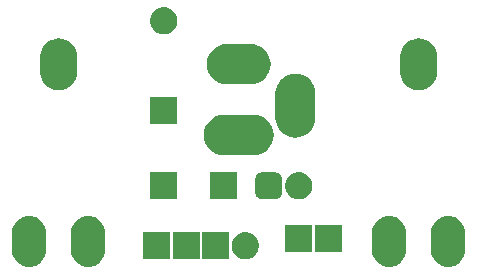
<source format=gbr>
G04 #@! TF.GenerationSoftware,KiCad,Pcbnew,5.1.6-c6e7f7d~87~ubuntu19.10.1*
G04 #@! TF.CreationDate,2022-07-30T15:18:02+06:00*
G04 #@! TF.ProjectId,1590N1_connector_board_r1b,31353930-4e31-45f6-936f-6e6e6563746f,1B*
G04 #@! TF.SameCoordinates,Original*
G04 #@! TF.FileFunction,Soldermask,Bot*
G04 #@! TF.FilePolarity,Negative*
%FSLAX46Y46*%
G04 Gerber Fmt 4.6, Leading zero omitted, Abs format (unit mm)*
G04 Created by KiCad (PCBNEW 5.1.6-c6e7f7d~87~ubuntu19.10.1) date 2022-07-30 15:18:02*
%MOMM*%
%LPD*%
G01*
G04 APERTURE LIST*
%ADD10C,0.100000*%
G04 APERTURE END LIST*
D10*
G36*
X87954249Y-155625981D02*
G01*
X88090912Y-155667438D01*
X88227576Y-155708894D01*
X88479472Y-155843534D01*
X88700265Y-156024735D01*
X88881466Y-156245527D01*
X89016106Y-156497423D01*
X89099019Y-156770751D01*
X89120000Y-156983774D01*
X89120000Y-158526226D01*
X89099019Y-158739249D01*
X89016106Y-159012577D01*
X88881466Y-159264473D01*
X88700265Y-159485265D01*
X88479473Y-159666466D01*
X88227577Y-159801106D01*
X88090913Y-159842563D01*
X87954250Y-159884019D01*
X87670000Y-159912015D01*
X87385751Y-159884019D01*
X87249088Y-159842563D01*
X87112424Y-159801106D01*
X86860528Y-159666466D01*
X86639736Y-159485265D01*
X86458535Y-159264473D01*
X86323895Y-159012577D01*
X86240981Y-158739249D01*
X86220000Y-158526226D01*
X86220000Y-156983775D01*
X86240981Y-156770752D01*
X86240982Y-156770750D01*
X86323894Y-156497425D01*
X86323894Y-156497424D01*
X86458534Y-156245528D01*
X86639735Y-156024735D01*
X86860527Y-155843534D01*
X87112423Y-155708894D01*
X87249087Y-155667437D01*
X87385750Y-155625981D01*
X87670000Y-155597985D01*
X87954249Y-155625981D01*
G37*
G36*
X92954249Y-155625981D02*
G01*
X93090912Y-155667438D01*
X93227576Y-155708894D01*
X93479472Y-155843534D01*
X93700265Y-156024735D01*
X93881466Y-156245527D01*
X94016106Y-156497423D01*
X94099019Y-156770751D01*
X94120000Y-156983774D01*
X94120000Y-158526226D01*
X94099019Y-158739249D01*
X94016106Y-159012577D01*
X93881466Y-159264473D01*
X93700265Y-159485265D01*
X93479473Y-159666466D01*
X93227577Y-159801106D01*
X93090913Y-159842563D01*
X92954250Y-159884019D01*
X92670000Y-159912015D01*
X92385751Y-159884019D01*
X92249088Y-159842563D01*
X92112424Y-159801106D01*
X91860528Y-159666466D01*
X91639736Y-159485265D01*
X91458535Y-159264473D01*
X91323895Y-159012577D01*
X91240981Y-158739249D01*
X91220000Y-158526226D01*
X91220000Y-156983775D01*
X91240981Y-156770752D01*
X91240982Y-156770750D01*
X91323894Y-156497425D01*
X91323894Y-156497424D01*
X91458534Y-156245528D01*
X91639735Y-156024735D01*
X91860527Y-155843534D01*
X92112423Y-155708894D01*
X92249087Y-155667437D01*
X92385750Y-155625981D01*
X92670000Y-155597985D01*
X92954249Y-155625981D01*
G37*
G36*
X123434249Y-155625981D02*
G01*
X123570912Y-155667438D01*
X123707576Y-155708894D01*
X123959472Y-155843534D01*
X124180265Y-156024735D01*
X124361466Y-156245527D01*
X124496106Y-156497423D01*
X124579019Y-156770751D01*
X124600000Y-156983774D01*
X124600000Y-158526226D01*
X124579019Y-158739249D01*
X124496106Y-159012577D01*
X124361466Y-159264473D01*
X124180265Y-159485265D01*
X123959473Y-159666466D01*
X123707577Y-159801106D01*
X123570913Y-159842563D01*
X123434250Y-159884019D01*
X123150000Y-159912015D01*
X122865751Y-159884019D01*
X122729088Y-159842563D01*
X122592424Y-159801106D01*
X122340528Y-159666466D01*
X122119736Y-159485265D01*
X121938535Y-159264473D01*
X121803895Y-159012577D01*
X121720981Y-158739249D01*
X121700000Y-158526226D01*
X121700000Y-156983775D01*
X121720981Y-156770752D01*
X121720982Y-156770750D01*
X121803894Y-156497425D01*
X121803894Y-156497424D01*
X121938534Y-156245528D01*
X122119735Y-156024735D01*
X122340527Y-155843534D01*
X122592423Y-155708894D01*
X122729087Y-155667437D01*
X122865750Y-155625981D01*
X123150000Y-155597985D01*
X123434249Y-155625981D01*
G37*
G36*
X118434249Y-155625981D02*
G01*
X118570912Y-155667438D01*
X118707576Y-155708894D01*
X118959472Y-155843534D01*
X119180265Y-156024735D01*
X119361466Y-156245527D01*
X119496106Y-156497423D01*
X119579019Y-156770751D01*
X119600000Y-156983774D01*
X119600000Y-158526226D01*
X119579019Y-158739249D01*
X119496106Y-159012577D01*
X119361466Y-159264473D01*
X119180265Y-159485265D01*
X118959473Y-159666466D01*
X118707577Y-159801106D01*
X118570913Y-159842563D01*
X118434250Y-159884019D01*
X118150000Y-159912015D01*
X117865751Y-159884019D01*
X117729088Y-159842563D01*
X117592424Y-159801106D01*
X117340528Y-159666466D01*
X117119736Y-159485265D01*
X116938535Y-159264473D01*
X116803895Y-159012577D01*
X116720981Y-158739249D01*
X116700000Y-158526226D01*
X116700000Y-156983775D01*
X116720981Y-156770752D01*
X116720982Y-156770750D01*
X116803894Y-156497425D01*
X116803894Y-156497424D01*
X116938534Y-156245528D01*
X117119735Y-156024735D01*
X117340527Y-155843534D01*
X117592423Y-155708894D01*
X117729087Y-155667437D01*
X117865750Y-155625981D01*
X118150000Y-155597985D01*
X118434249Y-155625981D01*
G37*
G36*
X104635000Y-159265000D02*
G01*
X102335000Y-159265000D01*
X102335000Y-156965000D01*
X104635000Y-156965000D01*
X104635000Y-159265000D01*
G37*
G36*
X102135000Y-159265000D02*
G01*
X99835000Y-159265000D01*
X99835000Y-156965000D01*
X102135000Y-156965000D01*
X102135000Y-159265000D01*
G37*
G36*
X99635000Y-159265000D02*
G01*
X97335000Y-159265000D01*
X97335000Y-156965000D01*
X99635000Y-156965000D01*
X99635000Y-159265000D01*
G37*
G36*
X106209354Y-156987097D02*
G01*
X106320443Y-157009194D01*
X106443039Y-157059976D01*
X106529728Y-157095883D01*
X106718081Y-157221736D01*
X106878264Y-157381919D01*
X107004117Y-157570272D01*
X107040024Y-157656961D01*
X107090806Y-157779557D01*
X107135000Y-158001735D01*
X107135000Y-158228265D01*
X107090806Y-158450443D01*
X107059415Y-158526226D01*
X107004117Y-158659728D01*
X106878264Y-158848081D01*
X106718081Y-159008264D01*
X106529728Y-159134117D01*
X106443039Y-159170024D01*
X106320443Y-159220806D01*
X106209354Y-159242903D01*
X106098267Y-159265000D01*
X105871733Y-159265000D01*
X105760646Y-159242903D01*
X105649557Y-159220806D01*
X105526961Y-159170024D01*
X105440272Y-159134117D01*
X105251919Y-159008264D01*
X105091736Y-158848081D01*
X104965883Y-158659728D01*
X104910585Y-158526226D01*
X104879194Y-158450443D01*
X104835000Y-158228265D01*
X104835000Y-158001735D01*
X104879194Y-157779557D01*
X104929976Y-157656961D01*
X104965883Y-157570272D01*
X105091736Y-157381919D01*
X105251919Y-157221736D01*
X105440272Y-157095883D01*
X105526961Y-157059976D01*
X105649557Y-157009194D01*
X105760646Y-156987097D01*
X105871733Y-156965000D01*
X106098267Y-156965000D01*
X106209354Y-156987097D01*
G37*
G36*
X114180000Y-158630000D02*
G01*
X111880000Y-158630000D01*
X111880000Y-156330000D01*
X114180000Y-156330000D01*
X114180000Y-158630000D01*
G37*
G36*
X111640000Y-158630000D02*
G01*
X109340000Y-158630000D01*
X109340000Y-156330000D01*
X111640000Y-156330000D01*
X111640000Y-158630000D01*
G37*
G36*
X108560663Y-151898111D02*
G01*
X108686307Y-151936225D01*
X108802096Y-151998115D01*
X108903590Y-152081410D01*
X108986885Y-152182904D01*
X109048775Y-152298693D01*
X109086889Y-152424337D01*
X109100000Y-152557454D01*
X109100000Y-153512546D01*
X109086889Y-153645663D01*
X109048775Y-153771307D01*
X108986885Y-153887096D01*
X108903590Y-153988590D01*
X108802096Y-154071885D01*
X108686307Y-154133775D01*
X108560663Y-154171889D01*
X108427546Y-154185000D01*
X107472454Y-154185000D01*
X107339337Y-154171889D01*
X107213693Y-154133775D01*
X107097904Y-154071885D01*
X106996410Y-153988590D01*
X106913115Y-153887096D01*
X106851225Y-153771307D01*
X106813111Y-153645663D01*
X106800000Y-153512546D01*
X106800000Y-152557454D01*
X106813111Y-152424337D01*
X106851225Y-152298693D01*
X106913115Y-152182904D01*
X106996410Y-152081410D01*
X107097904Y-151998115D01*
X107213693Y-151936225D01*
X107339337Y-151898111D01*
X107472454Y-151885000D01*
X108427546Y-151885000D01*
X108560663Y-151898111D01*
G37*
G36*
X105290000Y-154185000D02*
G01*
X102990000Y-154185000D01*
X102990000Y-151885000D01*
X105290000Y-151885000D01*
X105290000Y-154185000D01*
G37*
G36*
X100210000Y-154185000D02*
G01*
X97910000Y-154185000D01*
X97910000Y-151885000D01*
X100210000Y-151885000D01*
X100210000Y-154185000D01*
G37*
G36*
X110714354Y-151907097D02*
G01*
X110825443Y-151929194D01*
X110948039Y-151979976D01*
X111034728Y-152015883D01*
X111223081Y-152141736D01*
X111383264Y-152301919D01*
X111509117Y-152490272D01*
X111544212Y-152575000D01*
X111595806Y-152699557D01*
X111640000Y-152921735D01*
X111640000Y-153148265D01*
X111595806Y-153370443D01*
X111545024Y-153493039D01*
X111509117Y-153579728D01*
X111383264Y-153768081D01*
X111223081Y-153928264D01*
X111034728Y-154054117D01*
X110948039Y-154090024D01*
X110825443Y-154140806D01*
X110714354Y-154162903D01*
X110603267Y-154185000D01*
X110376733Y-154185000D01*
X110265646Y-154162903D01*
X110154557Y-154140806D01*
X110031961Y-154090024D01*
X109945272Y-154054117D01*
X109756919Y-153928264D01*
X109596736Y-153768081D01*
X109470883Y-153579728D01*
X109434976Y-153493039D01*
X109384194Y-153370443D01*
X109340000Y-153148265D01*
X109340000Y-152921735D01*
X109384194Y-152699557D01*
X109435788Y-152575000D01*
X109470883Y-152490272D01*
X109596736Y-152301919D01*
X109756919Y-152141736D01*
X109945272Y-152015883D01*
X110031961Y-151979976D01*
X110154557Y-151929194D01*
X110265646Y-151907097D01*
X110376733Y-151885000D01*
X110603267Y-151885000D01*
X110714354Y-151907097D01*
G37*
G36*
X106993258Y-147079597D02*
G01*
X107313711Y-147176806D01*
X107609036Y-147334661D01*
X107609037Y-147334662D01*
X107609039Y-147334663D01*
X107613731Y-147338514D01*
X107867897Y-147547103D01*
X108080339Y-147805964D01*
X108238194Y-148101289D01*
X108335403Y-148421742D01*
X108368225Y-148755000D01*
X108335403Y-149088258D01*
X108238194Y-149408711D01*
X108080339Y-149704036D01*
X108080337Y-149704039D01*
X107867897Y-149962897D01*
X107609039Y-150175337D01*
X107609037Y-150175338D01*
X107609036Y-150175339D01*
X107313711Y-150333194D01*
X106993258Y-150430403D01*
X106743514Y-150455000D01*
X104076486Y-150455000D01*
X103826742Y-150430403D01*
X103506289Y-150333194D01*
X103210964Y-150175339D01*
X103210963Y-150175338D01*
X103210961Y-150175337D01*
X102952103Y-149962897D01*
X102739663Y-149704039D01*
X102739661Y-149704036D01*
X102581806Y-149408711D01*
X102484597Y-149088258D01*
X102451775Y-148755000D01*
X102484597Y-148421742D01*
X102581806Y-148101289D01*
X102739661Y-147805964D01*
X102952103Y-147547103D01*
X103206269Y-147338514D01*
X103210961Y-147334663D01*
X103210963Y-147334662D01*
X103210964Y-147334661D01*
X103506289Y-147176806D01*
X103826742Y-147079597D01*
X104076486Y-147055000D01*
X106743514Y-147055000D01*
X106993258Y-147079597D01*
G37*
G36*
X110543257Y-143579597D02*
G01*
X110863710Y-143676806D01*
X111159036Y-143834661D01*
X111159038Y-143834663D01*
X111417897Y-144047103D01*
X111630337Y-144305961D01*
X111630338Y-144305963D01*
X111630339Y-144305964D01*
X111788194Y-144601289D01*
X111885403Y-144921742D01*
X111910000Y-145171486D01*
X111910000Y-147338514D01*
X111885403Y-147588258D01*
X111788194Y-147908711D01*
X111630339Y-148204036D01*
X111630337Y-148204039D01*
X111417897Y-148462897D01*
X111159039Y-148675337D01*
X111159037Y-148675338D01*
X111159036Y-148675339D01*
X110863711Y-148833194D01*
X110543258Y-148930403D01*
X110210000Y-148963225D01*
X109876743Y-148930403D01*
X109556290Y-148833194D01*
X109260965Y-148675339D01*
X109260964Y-148675338D01*
X109260962Y-148675337D01*
X109002104Y-148462897D01*
X108789664Y-148204039D01*
X108789662Y-148204036D01*
X108631807Y-147908711D01*
X108534598Y-147588258D01*
X108510001Y-147338514D01*
X108510000Y-145171487D01*
X108534597Y-144921743D01*
X108631806Y-144601290D01*
X108789661Y-144305964D01*
X109002103Y-144047103D01*
X109104708Y-143962897D01*
X109260961Y-143834663D01*
X109260963Y-143834662D01*
X109260964Y-143834661D01*
X109556289Y-143676806D01*
X109876742Y-143579597D01*
X110210000Y-143546775D01*
X110543257Y-143579597D01*
G37*
G36*
X100210000Y-147835000D02*
G01*
X97910000Y-147835000D01*
X97910000Y-145535000D01*
X100210000Y-145535000D01*
X100210000Y-147835000D01*
G37*
G36*
X120953852Y-140577427D02*
G01*
X121246029Y-140666059D01*
X121515297Y-140809985D01*
X121751318Y-141003682D01*
X121945015Y-141239702D01*
X122088941Y-141508970D01*
X122177573Y-141801147D01*
X122200000Y-142028857D01*
X122200000Y-143481143D01*
X122177573Y-143708853D01*
X122088941Y-144001030D01*
X121945015Y-144270298D01*
X121751318Y-144506318D01*
X121515298Y-144700015D01*
X121246030Y-144843941D01*
X120953853Y-144932573D01*
X120650000Y-144962499D01*
X120346148Y-144932573D01*
X120053971Y-144843941D01*
X119784703Y-144700015D01*
X119548683Y-144506318D01*
X119354986Y-144270298D01*
X119211060Y-144001030D01*
X119211059Y-144001029D01*
X119160592Y-143834663D01*
X119122427Y-143708853D01*
X119100000Y-143481143D01*
X119100000Y-142028858D01*
X119122427Y-141801148D01*
X119211059Y-141508971D01*
X119354985Y-141239703D01*
X119548682Y-141003682D01*
X119784702Y-140809985D01*
X120053970Y-140666059D01*
X120346147Y-140577427D01*
X120650000Y-140547501D01*
X120953852Y-140577427D01*
G37*
G36*
X90473852Y-140577427D02*
G01*
X90766029Y-140666059D01*
X91035297Y-140809985D01*
X91271318Y-141003682D01*
X91465015Y-141239702D01*
X91608941Y-141508970D01*
X91697573Y-141801147D01*
X91720000Y-142028857D01*
X91720000Y-143481143D01*
X91697573Y-143708853D01*
X91608941Y-144001030D01*
X91465015Y-144270298D01*
X91271318Y-144506318D01*
X91035298Y-144700015D01*
X90766030Y-144843941D01*
X90473853Y-144932573D01*
X90170000Y-144962499D01*
X89866148Y-144932573D01*
X89573971Y-144843941D01*
X89304703Y-144700015D01*
X89068683Y-144506318D01*
X88874986Y-144270298D01*
X88731060Y-144001030D01*
X88731059Y-144001029D01*
X88680592Y-143834663D01*
X88642427Y-143708853D01*
X88620000Y-143481143D01*
X88620000Y-142028858D01*
X88642427Y-141801148D01*
X88731059Y-141508971D01*
X88874985Y-141239703D01*
X89068682Y-141003682D01*
X89304702Y-140809985D01*
X89573970Y-140666059D01*
X89866147Y-140577427D01*
X90170000Y-140547501D01*
X90473852Y-140577427D01*
G37*
G36*
X106743258Y-141079597D02*
G01*
X107063711Y-141176806D01*
X107359036Y-141334661D01*
X107359037Y-141334662D01*
X107359039Y-141334663D01*
X107571432Y-141508970D01*
X107617897Y-141547103D01*
X107830339Y-141805964D01*
X107988194Y-142101289D01*
X108085403Y-142421742D01*
X108118225Y-142755000D01*
X108085403Y-143088258D01*
X107988194Y-143408711D01*
X107830339Y-143704036D01*
X107830337Y-143704039D01*
X107617897Y-143962897D01*
X107359039Y-144175337D01*
X107359037Y-144175338D01*
X107359036Y-144175339D01*
X107063711Y-144333194D01*
X106743258Y-144430403D01*
X106493514Y-144455000D01*
X104326486Y-144455000D01*
X104076742Y-144430403D01*
X103756289Y-144333194D01*
X103460964Y-144175339D01*
X103460963Y-144175338D01*
X103460961Y-144175337D01*
X103202103Y-143962897D01*
X102989663Y-143704039D01*
X102989661Y-143704036D01*
X102831806Y-143408711D01*
X102734597Y-143088258D01*
X102701775Y-142755000D01*
X102734597Y-142421742D01*
X102831806Y-142101289D01*
X102989661Y-141805964D01*
X103202103Y-141547103D01*
X103248568Y-141508970D01*
X103460961Y-141334663D01*
X103460963Y-141334662D01*
X103460964Y-141334661D01*
X103756289Y-141176806D01*
X104076742Y-141079597D01*
X104326486Y-141055000D01*
X106493514Y-141055000D01*
X106743258Y-141079597D01*
G37*
G36*
X99284354Y-137937097D02*
G01*
X99395443Y-137959194D01*
X99518039Y-138009976D01*
X99604728Y-138045883D01*
X99793081Y-138171736D01*
X99953264Y-138331919D01*
X100079117Y-138520272D01*
X100115024Y-138606961D01*
X100165806Y-138729557D01*
X100210000Y-138951735D01*
X100210000Y-139178265D01*
X100165806Y-139400443D01*
X100115024Y-139523039D01*
X100079117Y-139609728D01*
X99953264Y-139798081D01*
X99793081Y-139958264D01*
X99604728Y-140084117D01*
X99518039Y-140120024D01*
X99395443Y-140170806D01*
X99284354Y-140192903D01*
X99173267Y-140215000D01*
X98946733Y-140215000D01*
X98835646Y-140192903D01*
X98724557Y-140170806D01*
X98601961Y-140120024D01*
X98515272Y-140084117D01*
X98326919Y-139958264D01*
X98166736Y-139798081D01*
X98040883Y-139609728D01*
X98004976Y-139523039D01*
X97954194Y-139400443D01*
X97910000Y-139178265D01*
X97910000Y-138951735D01*
X97954194Y-138729557D01*
X98004976Y-138606961D01*
X98040883Y-138520272D01*
X98166736Y-138331919D01*
X98326919Y-138171736D01*
X98515272Y-138045883D01*
X98601961Y-138009976D01*
X98724557Y-137959194D01*
X98835646Y-137937097D01*
X98946733Y-137915000D01*
X99173267Y-137915000D01*
X99284354Y-137937097D01*
G37*
M02*

</source>
